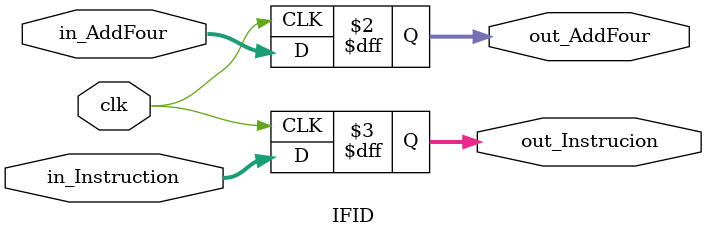
<source format=v>
module IFID
(
	input wire clk,
	input wire [31:0]in_AddFour,
	input wire [31:0]in_Instruction,
	output reg [31:0]out_AddFour,
	output reg [31:0]out_Instrucion
);

	always @(posedge clk)
		begin
			out_AddFour    <= in_AddFour;
			out_Instrucion <= in_Instruction;
		end

endmodule 
</source>
